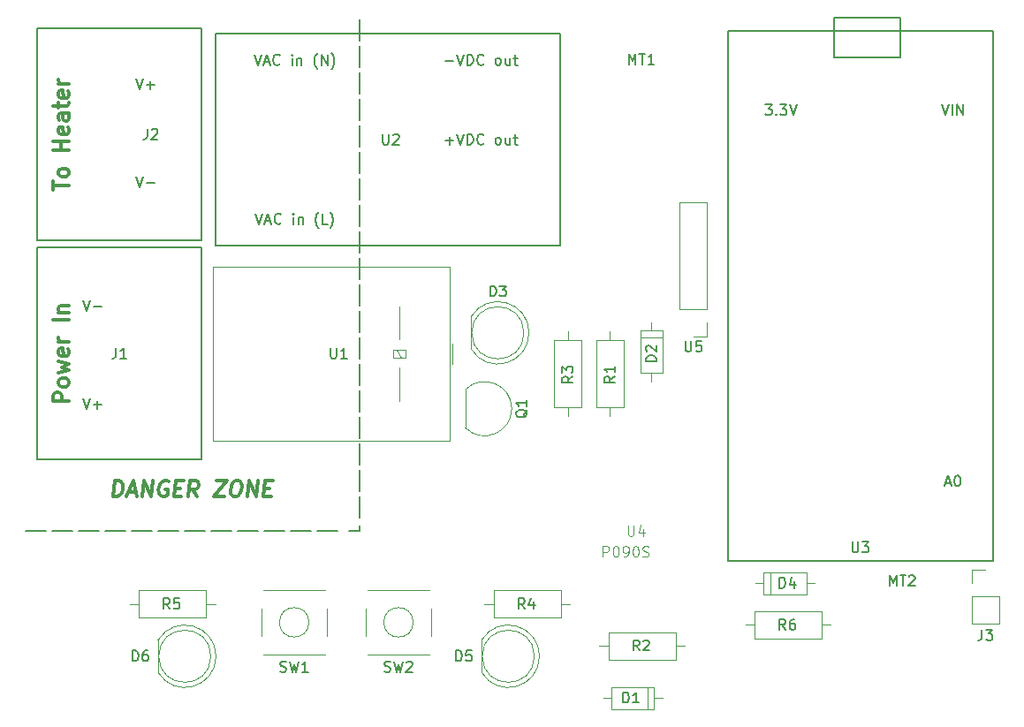
<source format=gto>
G04 #@! TF.FileFunction,Legend,Top*
%FSLAX46Y46*%
G04 Gerber Fmt 4.6, Leading zero omitted, Abs format (unit mm)*
G04 Created by KiCad (PCBNEW 4.0.7-e2-6376~58~ubuntu16.04.1) date Sun Dec 31 13:37:37 2017*
%MOMM*%
%LPD*%
G01*
G04 APERTURE LIST*
%ADD10C,0.100000*%
%ADD11C,0.300000*%
%ADD12C,0.200000*%
%ADD13C,0.120000*%
%ADD14C,0.150000*%
%ADD15C,0.050000*%
G04 APERTURE END LIST*
D10*
D11*
X110178571Y-73571428D02*
X108678571Y-73571428D01*
X108678571Y-73000000D01*
X108750000Y-72857142D01*
X108821429Y-72785714D01*
X108964286Y-72714285D01*
X109178571Y-72714285D01*
X109321429Y-72785714D01*
X109392857Y-72857142D01*
X109464286Y-73000000D01*
X109464286Y-73571428D01*
X110178571Y-71857142D02*
X110107143Y-72000000D01*
X110035714Y-72071428D01*
X109892857Y-72142857D01*
X109464286Y-72142857D01*
X109321429Y-72071428D01*
X109250000Y-72000000D01*
X109178571Y-71857142D01*
X109178571Y-71642857D01*
X109250000Y-71500000D01*
X109321429Y-71428571D01*
X109464286Y-71357142D01*
X109892857Y-71357142D01*
X110035714Y-71428571D01*
X110107143Y-71500000D01*
X110178571Y-71642857D01*
X110178571Y-71857142D01*
X109178571Y-70857142D02*
X110178571Y-70571428D01*
X109464286Y-70285714D01*
X110178571Y-69999999D01*
X109178571Y-69714285D01*
X110107143Y-68571428D02*
X110178571Y-68714285D01*
X110178571Y-68999999D01*
X110107143Y-69142856D01*
X109964286Y-69214285D01*
X109392857Y-69214285D01*
X109250000Y-69142856D01*
X109178571Y-68999999D01*
X109178571Y-68714285D01*
X109250000Y-68571428D01*
X109392857Y-68499999D01*
X109535714Y-68499999D01*
X109678571Y-69214285D01*
X110178571Y-67857142D02*
X109178571Y-67857142D01*
X109464286Y-67857142D02*
X109321429Y-67785714D01*
X109250000Y-67714285D01*
X109178571Y-67571428D01*
X109178571Y-67428571D01*
X110178571Y-65785714D02*
X108678571Y-65785714D01*
X109178571Y-65071428D02*
X110178571Y-65071428D01*
X109321429Y-65071428D02*
X109250000Y-65000000D01*
X109178571Y-64857142D01*
X109178571Y-64642857D01*
X109250000Y-64500000D01*
X109392857Y-64428571D01*
X110178571Y-64428571D01*
X108678571Y-53321428D02*
X108678571Y-52464285D01*
X110178571Y-52892856D02*
X108678571Y-52892856D01*
X110178571Y-51749999D02*
X110107143Y-51892857D01*
X110035714Y-51964285D01*
X109892857Y-52035714D01*
X109464286Y-52035714D01*
X109321429Y-51964285D01*
X109250000Y-51892857D01*
X109178571Y-51749999D01*
X109178571Y-51535714D01*
X109250000Y-51392857D01*
X109321429Y-51321428D01*
X109464286Y-51249999D01*
X109892857Y-51249999D01*
X110035714Y-51321428D01*
X110107143Y-51392857D01*
X110178571Y-51535714D01*
X110178571Y-51749999D01*
X110178571Y-49464285D02*
X108678571Y-49464285D01*
X109392857Y-49464285D02*
X109392857Y-48607142D01*
X110178571Y-48607142D02*
X108678571Y-48607142D01*
X110107143Y-47321428D02*
X110178571Y-47464285D01*
X110178571Y-47749999D01*
X110107143Y-47892856D01*
X109964286Y-47964285D01*
X109392857Y-47964285D01*
X109250000Y-47892856D01*
X109178571Y-47749999D01*
X109178571Y-47464285D01*
X109250000Y-47321428D01*
X109392857Y-47249999D01*
X109535714Y-47249999D01*
X109678571Y-47964285D01*
X110178571Y-45964285D02*
X109392857Y-45964285D01*
X109250000Y-46035714D01*
X109178571Y-46178571D01*
X109178571Y-46464285D01*
X109250000Y-46607142D01*
X110107143Y-45964285D02*
X110178571Y-46107142D01*
X110178571Y-46464285D01*
X110107143Y-46607142D01*
X109964286Y-46678571D01*
X109821429Y-46678571D01*
X109678571Y-46607142D01*
X109607143Y-46464285D01*
X109607143Y-46107142D01*
X109535714Y-45964285D01*
X109178571Y-45464285D02*
X109178571Y-44892856D01*
X108678571Y-45249999D02*
X109964286Y-45249999D01*
X110107143Y-45178571D01*
X110178571Y-45035713D01*
X110178571Y-44892856D01*
X110107143Y-43821428D02*
X110178571Y-43964285D01*
X110178571Y-44249999D01*
X110107143Y-44392856D01*
X109964286Y-44464285D01*
X109392857Y-44464285D01*
X109250000Y-44392856D01*
X109178571Y-44249999D01*
X109178571Y-43964285D01*
X109250000Y-43821428D01*
X109392857Y-43749999D01*
X109535714Y-43749999D01*
X109678571Y-44464285D01*
X110178571Y-43107142D02*
X109178571Y-43107142D01*
X109464286Y-43107142D02*
X109321429Y-43035714D01*
X109250000Y-42964285D01*
X109178571Y-42821428D01*
X109178571Y-42678571D01*
D12*
X138000000Y-86000000D02*
X138000000Y-85500000D01*
X138000000Y-82720000D02*
X138000000Y-84720000D01*
X138000000Y-80180000D02*
X138000000Y-82180000D01*
X138000000Y-77640000D02*
X138000000Y-79640000D01*
X138000000Y-75100000D02*
X138000000Y-77100000D01*
X138000000Y-72560000D02*
X138000000Y-74560000D01*
X138000000Y-70020000D02*
X138000000Y-72020000D01*
X138000000Y-67480000D02*
X138000000Y-69480000D01*
X138000000Y-64940000D02*
X138000000Y-66940000D01*
X138000000Y-62400000D02*
X138000000Y-64400000D01*
X138000000Y-59860000D02*
X138000000Y-61860000D01*
X138000000Y-57320000D02*
X138000000Y-59320000D01*
X138000000Y-54780000D02*
X138000000Y-56780000D01*
X138000000Y-52240000D02*
X138000000Y-54240000D01*
X138000000Y-49700000D02*
X138000000Y-51700000D01*
X138000000Y-47160000D02*
X138000000Y-49160000D01*
X138000000Y-44620000D02*
X138000000Y-46620000D01*
X138000000Y-42080000D02*
X138000000Y-44080000D01*
X138000000Y-39540000D02*
X138000000Y-41540000D01*
X138000000Y-37000000D02*
X138000000Y-39000000D01*
X137000000Y-86000000D02*
X138000000Y-86000000D01*
X133940000Y-86000000D02*
X135940000Y-86000000D01*
X131400000Y-86000000D02*
X133400000Y-86000000D01*
X128860000Y-86000000D02*
X130860000Y-86000000D01*
X126320000Y-86000000D02*
X128320000Y-86000000D01*
X123780000Y-86000000D02*
X125780000Y-86000000D01*
X121240000Y-86000000D02*
X123240000Y-86000000D01*
X118700000Y-86000000D02*
X120700000Y-86000000D01*
X116160000Y-86000000D02*
X118160000Y-86000000D01*
X113620000Y-86000000D02*
X115620000Y-86000000D01*
X111080000Y-86000000D02*
X113080000Y-86000000D01*
X108540000Y-86000000D02*
X110540000Y-86000000D01*
X106000000Y-86000000D02*
X108000000Y-86000000D01*
D11*
X114379465Y-82678571D02*
X114566965Y-81178571D01*
X114924108Y-81178571D01*
X115129464Y-81250000D01*
X115254465Y-81392857D01*
X115308036Y-81535714D01*
X115343750Y-81821429D01*
X115316965Y-82035714D01*
X115209821Y-82321429D01*
X115120536Y-82464286D01*
X114959821Y-82607143D01*
X114736608Y-82678571D01*
X114379465Y-82678571D01*
X115861607Y-82250000D02*
X116575893Y-82250000D01*
X115665179Y-82678571D02*
X116352679Y-81178571D01*
X116665179Y-82678571D01*
X117165179Y-82678571D02*
X117352679Y-81178571D01*
X118022322Y-82678571D01*
X118209822Y-81178571D01*
X119700893Y-81250000D02*
X119566965Y-81178571D01*
X119352679Y-81178571D01*
X119129465Y-81250000D01*
X118968750Y-81392857D01*
X118879465Y-81535714D01*
X118772321Y-81821429D01*
X118745536Y-82035714D01*
X118781250Y-82321429D01*
X118834821Y-82464286D01*
X118959822Y-82607143D01*
X119165179Y-82678571D01*
X119308036Y-82678571D01*
X119531250Y-82607143D01*
X119611608Y-82535714D01*
X119674108Y-82035714D01*
X119388393Y-82035714D01*
X120334822Y-81892857D02*
X120834822Y-81892857D01*
X120950894Y-82678571D02*
X120236608Y-82678571D01*
X120424108Y-81178571D01*
X121138394Y-81178571D01*
X122450894Y-82678571D02*
X122040179Y-81964286D01*
X121593751Y-82678571D02*
X121781251Y-81178571D01*
X122352679Y-81178571D01*
X122486608Y-81250000D01*
X122549107Y-81321429D01*
X122602679Y-81464286D01*
X122575894Y-81678571D01*
X122486607Y-81821429D01*
X122406251Y-81892857D01*
X122254464Y-81964286D01*
X121683036Y-81964286D01*
X124281251Y-81178571D02*
X125281251Y-81178571D01*
X124093751Y-82678571D01*
X125093751Y-82678571D01*
X126138393Y-81178571D02*
X126424107Y-81178571D01*
X126558036Y-81250000D01*
X126683036Y-81392857D01*
X126718750Y-81678571D01*
X126656250Y-82178571D01*
X126549107Y-82464286D01*
X126388393Y-82607143D01*
X126236607Y-82678571D01*
X125950893Y-82678571D01*
X125816964Y-82607143D01*
X125691964Y-82464286D01*
X125656250Y-82178571D01*
X125718750Y-81678571D01*
X125825893Y-81392857D01*
X125986607Y-81250000D01*
X126138393Y-81178571D01*
X127236608Y-82678571D02*
X127424108Y-81178571D01*
X128093751Y-82678571D01*
X128281251Y-81178571D01*
X128906251Y-81892857D02*
X129406251Y-81892857D01*
X129522323Y-82678571D02*
X128808037Y-82678571D01*
X128995537Y-81178571D01*
X129709823Y-81178571D01*
D13*
X167060000Y-66750000D02*
X164940000Y-66750000D01*
X164940000Y-66750000D02*
X164940000Y-70870000D01*
X164940000Y-70870000D02*
X167060000Y-70870000D01*
X167060000Y-70870000D02*
X167060000Y-66750000D01*
X166000000Y-65980000D02*
X166000000Y-66750000D01*
X166000000Y-71640000D02*
X166000000Y-70870000D01*
X167060000Y-67410000D02*
X164940000Y-67410000D01*
X148150000Y-72470000D02*
X148150000Y-76070000D01*
X148161522Y-72431522D02*
G75*
G02X152600000Y-74270000I1838478J-1838478D01*
G01*
X148161522Y-76108478D02*
G75*
G03X152600000Y-74270000I1838478J1838478D01*
G01*
X124260000Y-98000462D02*
G75*
G03X118710000Y-96455170I-2990000J462D01*
G01*
X124260000Y-97999538D02*
G75*
G02X118710000Y-99544830I-2990000J-462D01*
G01*
X123770000Y-98000000D02*
G75*
G03X123770000Y-98000000I-2500000J0D01*
G01*
X118710000Y-96455000D02*
X118710000Y-99545000D01*
X133164214Y-94750000D02*
G75*
G03X133164214Y-94750000I-1414214J0D01*
G01*
X134720000Y-91630000D02*
X128780000Y-91630000D01*
X134720000Y-97870000D02*
X128780000Y-97870000D01*
X134870000Y-93410000D02*
X134870000Y-96090000D01*
X128630000Y-96090000D02*
X128630000Y-93410000D01*
X143164214Y-94750000D02*
G75*
G03X143164214Y-94750000I-1414214J0D01*
G01*
X144720000Y-91630000D02*
X138780000Y-91630000D01*
X144720000Y-97870000D02*
X138780000Y-97870000D01*
X144870000Y-93410000D02*
X144870000Y-96090000D01*
X138630000Y-96090000D02*
X138630000Y-93410000D01*
X196670000Y-94870000D02*
X199330000Y-94870000D01*
X196670000Y-92270000D02*
X196670000Y-94870000D01*
X199330000Y-92270000D02*
X199330000Y-94870000D01*
X196670000Y-92270000D02*
X199330000Y-92270000D01*
X196670000Y-91000000D02*
X196670000Y-89670000D01*
X196670000Y-89670000D02*
X198000000Y-89670000D01*
D14*
X107126000Y-60364000D02*
X107126000Y-58840000D01*
X107126000Y-58840000D02*
X122874000Y-58840000D01*
X122874000Y-58840000D02*
X122874000Y-60364000D01*
X122874000Y-60364000D02*
X122874000Y-79160000D01*
X122874000Y-79160000D02*
X107126000Y-79160000D01*
X107126000Y-79160000D02*
X107126000Y-60364000D01*
X122874000Y-56636000D02*
X122874000Y-58160000D01*
X122874000Y-58160000D02*
X107126000Y-58160000D01*
X107126000Y-58160000D02*
X107126000Y-56636000D01*
X107126000Y-56636000D02*
X107126000Y-37840000D01*
X107126000Y-37840000D02*
X122874000Y-37840000D01*
X122874000Y-37840000D02*
X122874000Y-56636000D01*
D13*
X123950000Y-77350000D02*
X146650000Y-77350000D01*
X146650000Y-77350000D02*
X146650000Y-60650000D01*
X146650000Y-60650000D02*
X123950000Y-60650000D01*
X123950000Y-60650000D02*
X123950000Y-77350000D01*
X141600000Y-68650000D02*
X142000000Y-69350000D01*
X141200000Y-69350000D02*
X142400000Y-69350000D01*
X142400000Y-69350000D02*
X142400000Y-68650000D01*
X142400000Y-68650000D02*
X141200000Y-68650000D01*
X141200000Y-68650000D02*
X141200000Y-69350000D01*
X146910000Y-68000000D02*
X146910000Y-70000000D01*
X141800000Y-64500000D02*
X141800000Y-67650000D01*
X141800000Y-70350000D02*
X141800000Y-73500000D01*
D14*
X189810000Y-36790000D02*
X183460000Y-36790000D01*
X183460000Y-36790000D02*
X183460000Y-40600000D01*
X183460000Y-40600000D02*
X189810000Y-40600000D01*
X189810000Y-40600000D02*
X189810000Y-38060000D01*
X189810000Y-38060000D02*
X189810000Y-36790000D01*
X198700000Y-88860000D02*
X198700000Y-38060000D01*
X198700000Y-38060000D02*
X173300000Y-38060000D01*
X173300000Y-38060000D02*
X173300000Y-88860000D01*
X173300000Y-88860000D02*
X198700000Y-88860000D01*
D13*
X166250000Y-103060000D02*
X166250000Y-100940000D01*
X166250000Y-100940000D02*
X162130000Y-100940000D01*
X162130000Y-100940000D02*
X162130000Y-103060000D01*
X162130000Y-103060000D02*
X166250000Y-103060000D01*
X167020000Y-102000000D02*
X166250000Y-102000000D01*
X161360000Y-102000000D02*
X162130000Y-102000000D01*
X165590000Y-103060000D02*
X165590000Y-100940000D01*
X176750000Y-89940000D02*
X176750000Y-92060000D01*
X176750000Y-92060000D02*
X180870000Y-92060000D01*
X180870000Y-92060000D02*
X180870000Y-89940000D01*
X180870000Y-89940000D02*
X176750000Y-89940000D01*
X175980000Y-91000000D02*
X176750000Y-91000000D01*
X181640000Y-91000000D02*
X180870000Y-91000000D01*
X177410000Y-89940000D02*
X177410000Y-92060000D01*
X155260000Y-98000462D02*
G75*
G03X149710000Y-96455170I-2990000J462D01*
G01*
X155260000Y-97999538D02*
G75*
G02X149710000Y-99544830I-2990000J-462D01*
G01*
X154770000Y-98000000D02*
G75*
G03X154770000Y-98000000I-2500000J0D01*
G01*
X149710000Y-96455000D02*
X149710000Y-99545000D01*
X154260000Y-67000462D02*
G75*
G03X148710000Y-65455170I-2990000J462D01*
G01*
X154260000Y-66999538D02*
G75*
G02X148710000Y-68544830I-2990000J-462D01*
G01*
X153770000Y-67000000D02*
G75*
G03X153770000Y-67000000I-2500000J0D01*
G01*
X148710000Y-65455000D02*
X148710000Y-68545000D01*
X171330000Y-54510000D02*
X168670000Y-54510000D01*
X171330000Y-64730000D02*
X171330000Y-54510000D01*
X168670000Y-64730000D02*
X168670000Y-54510000D01*
X171330000Y-64730000D02*
X168670000Y-64730000D01*
X171330000Y-66000000D02*
X171330000Y-67330000D01*
X171330000Y-67330000D02*
X170000000Y-67330000D01*
X175870000Y-93690000D02*
X175870000Y-96310000D01*
X175870000Y-96310000D02*
X182290000Y-96310000D01*
X182290000Y-96310000D02*
X182290000Y-93690000D01*
X182290000Y-93690000D02*
X175870000Y-93690000D01*
X174980000Y-95000000D02*
X175870000Y-95000000D01*
X183180000Y-95000000D02*
X182290000Y-95000000D01*
X160690000Y-74130000D02*
X163310000Y-74130000D01*
X163310000Y-74130000D02*
X163310000Y-67710000D01*
X163310000Y-67710000D02*
X160690000Y-67710000D01*
X160690000Y-67710000D02*
X160690000Y-74130000D01*
X162000000Y-75020000D02*
X162000000Y-74130000D01*
X162000000Y-66820000D02*
X162000000Y-67710000D01*
X161870000Y-95690000D02*
X161870000Y-98310000D01*
X161870000Y-98310000D02*
X168290000Y-98310000D01*
X168290000Y-98310000D02*
X168290000Y-95690000D01*
X168290000Y-95690000D02*
X161870000Y-95690000D01*
X160980000Y-97000000D02*
X161870000Y-97000000D01*
X169180000Y-97000000D02*
X168290000Y-97000000D01*
X156690000Y-74130000D02*
X159310000Y-74130000D01*
X159310000Y-74130000D02*
X159310000Y-67710000D01*
X159310000Y-67710000D02*
X156690000Y-67710000D01*
X156690000Y-67710000D02*
X156690000Y-74130000D01*
X158000000Y-75020000D02*
X158000000Y-74130000D01*
X158000000Y-66820000D02*
X158000000Y-67710000D01*
X150870000Y-91690000D02*
X150870000Y-94310000D01*
X150870000Y-94310000D02*
X157290000Y-94310000D01*
X157290000Y-94310000D02*
X157290000Y-91690000D01*
X157290000Y-91690000D02*
X150870000Y-91690000D01*
X149980000Y-93000000D02*
X150870000Y-93000000D01*
X158180000Y-93000000D02*
X157290000Y-93000000D01*
X116870000Y-91690000D02*
X116870000Y-94310000D01*
X116870000Y-94310000D02*
X123290000Y-94310000D01*
X123290000Y-94310000D02*
X123290000Y-91690000D01*
X123290000Y-91690000D02*
X116870000Y-91690000D01*
X115980000Y-93000000D02*
X116870000Y-93000000D01*
X124180000Y-93000000D02*
X123290000Y-93000000D01*
D14*
X154700000Y-38340000D02*
X157240000Y-38340000D01*
X157240000Y-38340000D02*
X157240000Y-58660000D01*
X157240000Y-58660000D02*
X154700000Y-58660000D01*
X126760000Y-58660000D02*
X124220000Y-58660000D01*
X124220000Y-58660000D02*
X124220000Y-38340000D01*
X124220000Y-38340000D02*
X126760000Y-38340000D01*
X154700000Y-38340000D02*
X126760000Y-38340000D01*
X126760000Y-58660000D02*
X154700000Y-58660000D01*
X166452381Y-69738095D02*
X165452381Y-69738095D01*
X165452381Y-69500000D01*
X165500000Y-69357142D01*
X165595238Y-69261904D01*
X165690476Y-69214285D01*
X165880952Y-69166666D01*
X166023810Y-69166666D01*
X166214286Y-69214285D01*
X166309524Y-69261904D01*
X166404762Y-69357142D01*
X166452381Y-69500000D01*
X166452381Y-69738095D01*
X165547619Y-68785714D02*
X165500000Y-68738095D01*
X165452381Y-68642857D01*
X165452381Y-68404761D01*
X165500000Y-68309523D01*
X165547619Y-68261904D01*
X165642857Y-68214285D01*
X165738095Y-68214285D01*
X165880952Y-68261904D01*
X166452381Y-68833333D01*
X166452381Y-68214285D01*
X154107619Y-74365238D02*
X154060000Y-74460476D01*
X153964762Y-74555714D01*
X153821905Y-74698571D01*
X153774286Y-74793810D01*
X153774286Y-74889048D01*
X154012381Y-74841429D02*
X153964762Y-74936667D01*
X153869524Y-75031905D01*
X153679048Y-75079524D01*
X153345714Y-75079524D01*
X153155238Y-75031905D01*
X153060000Y-74936667D01*
X153012381Y-74841429D01*
X153012381Y-74650952D01*
X153060000Y-74555714D01*
X153155238Y-74460476D01*
X153345714Y-74412857D01*
X153679048Y-74412857D01*
X153869524Y-74460476D01*
X153964762Y-74555714D01*
X154012381Y-74650952D01*
X154012381Y-74841429D01*
X154012381Y-73460476D02*
X154012381Y-74031905D01*
X154012381Y-73746191D02*
X153012381Y-73746191D01*
X153155238Y-73841429D01*
X153250476Y-73936667D01*
X153298095Y-74031905D01*
X116261905Y-98452381D02*
X116261905Y-97452381D01*
X116500000Y-97452381D01*
X116642858Y-97500000D01*
X116738096Y-97595238D01*
X116785715Y-97690476D01*
X116833334Y-97880952D01*
X116833334Y-98023810D01*
X116785715Y-98214286D01*
X116738096Y-98309524D01*
X116642858Y-98404762D01*
X116500000Y-98452381D01*
X116261905Y-98452381D01*
X117690477Y-97452381D02*
X117500000Y-97452381D01*
X117404762Y-97500000D01*
X117357143Y-97547619D01*
X117261905Y-97690476D01*
X117214286Y-97880952D01*
X117214286Y-98261905D01*
X117261905Y-98357143D01*
X117309524Y-98404762D01*
X117404762Y-98452381D01*
X117595239Y-98452381D01*
X117690477Y-98404762D01*
X117738096Y-98357143D01*
X117785715Y-98261905D01*
X117785715Y-98023810D01*
X117738096Y-97928571D01*
X117690477Y-97880952D01*
X117595239Y-97833333D01*
X117404762Y-97833333D01*
X117309524Y-97880952D01*
X117261905Y-97928571D01*
X117214286Y-98023810D01*
X130416667Y-99454762D02*
X130559524Y-99502381D01*
X130797620Y-99502381D01*
X130892858Y-99454762D01*
X130940477Y-99407143D01*
X130988096Y-99311905D01*
X130988096Y-99216667D01*
X130940477Y-99121429D01*
X130892858Y-99073810D01*
X130797620Y-99026190D01*
X130607143Y-98978571D01*
X130511905Y-98930952D01*
X130464286Y-98883333D01*
X130416667Y-98788095D01*
X130416667Y-98692857D01*
X130464286Y-98597619D01*
X130511905Y-98550000D01*
X130607143Y-98502381D01*
X130845239Y-98502381D01*
X130988096Y-98550000D01*
X131321429Y-98502381D02*
X131559524Y-99502381D01*
X131750001Y-98788095D01*
X131940477Y-99502381D01*
X132178572Y-98502381D01*
X133083334Y-99502381D02*
X132511905Y-99502381D01*
X132797619Y-99502381D02*
X132797619Y-98502381D01*
X132702381Y-98645238D01*
X132607143Y-98740476D01*
X132511905Y-98788095D01*
X140416667Y-99454762D02*
X140559524Y-99502381D01*
X140797620Y-99502381D01*
X140892858Y-99454762D01*
X140940477Y-99407143D01*
X140988096Y-99311905D01*
X140988096Y-99216667D01*
X140940477Y-99121429D01*
X140892858Y-99073810D01*
X140797620Y-99026190D01*
X140607143Y-98978571D01*
X140511905Y-98930952D01*
X140464286Y-98883333D01*
X140416667Y-98788095D01*
X140416667Y-98692857D01*
X140464286Y-98597619D01*
X140511905Y-98550000D01*
X140607143Y-98502381D01*
X140845239Y-98502381D01*
X140988096Y-98550000D01*
X141321429Y-98502381D02*
X141559524Y-99502381D01*
X141750001Y-98788095D01*
X141940477Y-99502381D01*
X142178572Y-98502381D01*
X142511905Y-98597619D02*
X142559524Y-98550000D01*
X142654762Y-98502381D01*
X142892858Y-98502381D01*
X142988096Y-98550000D01*
X143035715Y-98597619D01*
X143083334Y-98692857D01*
X143083334Y-98788095D01*
X143035715Y-98930952D01*
X142464286Y-99502381D01*
X143083334Y-99502381D01*
X197666667Y-95452381D02*
X197666667Y-96166667D01*
X197619047Y-96309524D01*
X197523809Y-96404762D01*
X197380952Y-96452381D01*
X197285714Y-96452381D01*
X198047619Y-95452381D02*
X198666667Y-95452381D01*
X198333333Y-95833333D01*
X198476191Y-95833333D01*
X198571429Y-95880952D01*
X198619048Y-95928571D01*
X198666667Y-96023810D01*
X198666667Y-96261905D01*
X198619048Y-96357143D01*
X198571429Y-96404762D01*
X198476191Y-96452381D01*
X198190476Y-96452381D01*
X198095238Y-96404762D01*
X198047619Y-96357143D01*
X114666667Y-68452381D02*
X114666667Y-69166667D01*
X114619047Y-69309524D01*
X114523809Y-69404762D01*
X114380952Y-69452381D01*
X114285714Y-69452381D01*
X115666667Y-69452381D02*
X115095238Y-69452381D01*
X115380952Y-69452381D02*
X115380952Y-68452381D01*
X115285714Y-68595238D01*
X115190476Y-68690476D01*
X115095238Y-68738095D01*
X111507619Y-63880381D02*
X111840952Y-64880381D01*
X112174286Y-63880381D01*
X112507619Y-64499429D02*
X113269524Y-64499429D01*
X111507619Y-73278381D02*
X111840952Y-74278381D01*
X112174286Y-73278381D01*
X112507619Y-73897429D02*
X113269524Y-73897429D01*
X112888572Y-74278381D02*
X112888572Y-73516476D01*
X117666667Y-47452381D02*
X117666667Y-48166667D01*
X117619047Y-48309524D01*
X117523809Y-48404762D01*
X117380952Y-48452381D01*
X117285714Y-48452381D01*
X118095238Y-47547619D02*
X118142857Y-47500000D01*
X118238095Y-47452381D01*
X118476191Y-47452381D01*
X118571429Y-47500000D01*
X118619048Y-47547619D01*
X118666667Y-47642857D01*
X118666667Y-47738095D01*
X118619048Y-47880952D01*
X118047619Y-48452381D01*
X118666667Y-48452381D01*
X116587619Y-52024381D02*
X116920952Y-53024381D01*
X117254286Y-52024381D01*
X117587619Y-52643429D02*
X118349524Y-52643429D01*
X116587619Y-42626381D02*
X116920952Y-43626381D01*
X117254286Y-42626381D01*
X117587619Y-43245429D02*
X118349524Y-43245429D01*
X117968572Y-43626381D02*
X117968572Y-42864476D01*
X135238095Y-68452381D02*
X135238095Y-69261905D01*
X135285714Y-69357143D01*
X135333333Y-69404762D01*
X135428571Y-69452381D01*
X135619048Y-69452381D01*
X135714286Y-69404762D01*
X135761905Y-69357143D01*
X135809524Y-69261905D01*
X135809524Y-68452381D01*
X136809524Y-69452381D02*
X136238095Y-69452381D01*
X136523809Y-69452381D02*
X136523809Y-68452381D01*
X136428571Y-68595238D01*
X136333333Y-68690476D01*
X136238095Y-68738095D01*
X185238095Y-87042381D02*
X185238095Y-87851905D01*
X185285714Y-87947143D01*
X185333333Y-87994762D01*
X185428571Y-88042381D01*
X185619048Y-88042381D01*
X185714286Y-87994762D01*
X185761905Y-87947143D01*
X185809524Y-87851905D01*
X185809524Y-87042381D01*
X186190476Y-87042381D02*
X186809524Y-87042381D01*
X186476190Y-87423333D01*
X186619048Y-87423333D01*
X186714286Y-87470952D01*
X186761905Y-87518571D01*
X186809524Y-87613810D01*
X186809524Y-87851905D01*
X186761905Y-87947143D01*
X186714286Y-87994762D01*
X186619048Y-88042381D01*
X186333333Y-88042381D01*
X186238095Y-87994762D01*
X186190476Y-87947143D01*
X176903810Y-45132381D02*
X177522858Y-45132381D01*
X177189524Y-45513333D01*
X177332382Y-45513333D01*
X177427620Y-45560952D01*
X177475239Y-45608571D01*
X177522858Y-45703810D01*
X177522858Y-45941905D01*
X177475239Y-46037143D01*
X177427620Y-46084762D01*
X177332382Y-46132381D01*
X177046667Y-46132381D01*
X176951429Y-46084762D01*
X176903810Y-46037143D01*
X177951429Y-46037143D02*
X177999048Y-46084762D01*
X177951429Y-46132381D01*
X177903810Y-46084762D01*
X177951429Y-46037143D01*
X177951429Y-46132381D01*
X178332381Y-45132381D02*
X178951429Y-45132381D01*
X178618095Y-45513333D01*
X178760953Y-45513333D01*
X178856191Y-45560952D01*
X178903810Y-45608571D01*
X178951429Y-45703810D01*
X178951429Y-45941905D01*
X178903810Y-46037143D01*
X178856191Y-46084762D01*
X178760953Y-46132381D01*
X178475238Y-46132381D01*
X178380000Y-46084762D01*
X178332381Y-46037143D01*
X179237143Y-45132381D02*
X179570476Y-46132381D01*
X179903810Y-45132381D01*
X193794762Y-45132381D02*
X194128095Y-46132381D01*
X194461429Y-45132381D01*
X194794762Y-46132381D02*
X194794762Y-45132381D01*
X195270952Y-46132381D02*
X195270952Y-45132381D01*
X195842381Y-46132381D01*
X195842381Y-45132381D01*
X194175714Y-81406667D02*
X194651905Y-81406667D01*
X194080476Y-81692381D02*
X194413809Y-80692381D01*
X194747143Y-81692381D01*
X195270952Y-80692381D02*
X195366191Y-80692381D01*
X195461429Y-80740000D01*
X195509048Y-80787619D01*
X195556667Y-80882857D01*
X195604286Y-81073333D01*
X195604286Y-81311429D01*
X195556667Y-81501905D01*
X195509048Y-81597143D01*
X195461429Y-81644762D01*
X195366191Y-81692381D01*
X195270952Y-81692381D01*
X195175714Y-81644762D01*
X195128095Y-81597143D01*
X195080476Y-81501905D01*
X195032857Y-81311429D01*
X195032857Y-81073333D01*
X195080476Y-80882857D01*
X195128095Y-80787619D01*
X195175714Y-80740000D01*
X195270952Y-80692381D01*
X163261905Y-102452381D02*
X163261905Y-101452381D01*
X163500000Y-101452381D01*
X163642858Y-101500000D01*
X163738096Y-101595238D01*
X163785715Y-101690476D01*
X163833334Y-101880952D01*
X163833334Y-102023810D01*
X163785715Y-102214286D01*
X163738096Y-102309524D01*
X163642858Y-102404762D01*
X163500000Y-102452381D01*
X163261905Y-102452381D01*
X164785715Y-102452381D02*
X164214286Y-102452381D01*
X164500000Y-102452381D02*
X164500000Y-101452381D01*
X164404762Y-101595238D01*
X164309524Y-101690476D01*
X164214286Y-101738095D01*
X178261905Y-91452381D02*
X178261905Y-90452381D01*
X178500000Y-90452381D01*
X178642858Y-90500000D01*
X178738096Y-90595238D01*
X178785715Y-90690476D01*
X178833334Y-90880952D01*
X178833334Y-91023810D01*
X178785715Y-91214286D01*
X178738096Y-91309524D01*
X178642858Y-91404762D01*
X178500000Y-91452381D01*
X178261905Y-91452381D01*
X179690477Y-90785714D02*
X179690477Y-91452381D01*
X179452381Y-90404762D02*
X179214286Y-91119048D01*
X179833334Y-91119048D01*
X147261905Y-98452381D02*
X147261905Y-97452381D01*
X147500000Y-97452381D01*
X147642858Y-97500000D01*
X147738096Y-97595238D01*
X147785715Y-97690476D01*
X147833334Y-97880952D01*
X147833334Y-98023810D01*
X147785715Y-98214286D01*
X147738096Y-98309524D01*
X147642858Y-98404762D01*
X147500000Y-98452381D01*
X147261905Y-98452381D01*
X148738096Y-97452381D02*
X148261905Y-97452381D01*
X148214286Y-97928571D01*
X148261905Y-97880952D01*
X148357143Y-97833333D01*
X148595239Y-97833333D01*
X148690477Y-97880952D01*
X148738096Y-97928571D01*
X148785715Y-98023810D01*
X148785715Y-98261905D01*
X148738096Y-98357143D01*
X148690477Y-98404762D01*
X148595239Y-98452381D01*
X148357143Y-98452381D01*
X148261905Y-98404762D01*
X148214286Y-98357143D01*
X150531905Y-63492381D02*
X150531905Y-62492381D01*
X150770000Y-62492381D01*
X150912858Y-62540000D01*
X151008096Y-62635238D01*
X151055715Y-62730476D01*
X151103334Y-62920952D01*
X151103334Y-63063810D01*
X151055715Y-63254286D01*
X151008096Y-63349524D01*
X150912858Y-63444762D01*
X150770000Y-63492381D01*
X150531905Y-63492381D01*
X151436667Y-62492381D02*
X152055715Y-62492381D01*
X151722381Y-62873333D01*
X151865239Y-62873333D01*
X151960477Y-62920952D01*
X152008096Y-62968571D01*
X152055715Y-63063810D01*
X152055715Y-63301905D01*
X152008096Y-63397143D01*
X151960477Y-63444762D01*
X151865239Y-63492381D01*
X151579524Y-63492381D01*
X151484286Y-63444762D01*
X151436667Y-63397143D01*
X169238095Y-67782381D02*
X169238095Y-68591905D01*
X169285714Y-68687143D01*
X169333333Y-68734762D01*
X169428571Y-68782381D01*
X169619048Y-68782381D01*
X169714286Y-68734762D01*
X169761905Y-68687143D01*
X169809524Y-68591905D01*
X169809524Y-67782381D01*
X170761905Y-67782381D02*
X170285714Y-67782381D01*
X170238095Y-68258571D01*
X170285714Y-68210952D01*
X170380952Y-68163333D01*
X170619048Y-68163333D01*
X170714286Y-68210952D01*
X170761905Y-68258571D01*
X170809524Y-68353810D01*
X170809524Y-68591905D01*
X170761905Y-68687143D01*
X170714286Y-68734762D01*
X170619048Y-68782381D01*
X170380952Y-68782381D01*
X170285714Y-68734762D01*
X170238095Y-68687143D01*
X163809524Y-41252381D02*
X163809524Y-40252381D01*
X164142858Y-40966667D01*
X164476191Y-40252381D01*
X164476191Y-41252381D01*
X164809524Y-40252381D02*
X165380953Y-40252381D01*
X165095238Y-41252381D02*
X165095238Y-40252381D01*
X166238096Y-41252381D02*
X165666667Y-41252381D01*
X165952381Y-41252381D02*
X165952381Y-40252381D01*
X165857143Y-40395238D01*
X165761905Y-40490476D01*
X165666667Y-40538095D01*
X188809524Y-91252381D02*
X188809524Y-90252381D01*
X189142858Y-90966667D01*
X189476191Y-90252381D01*
X189476191Y-91252381D01*
X189809524Y-90252381D02*
X190380953Y-90252381D01*
X190095238Y-91252381D02*
X190095238Y-90252381D01*
X190666667Y-90347619D02*
X190714286Y-90300000D01*
X190809524Y-90252381D01*
X191047620Y-90252381D01*
X191142858Y-90300000D01*
X191190477Y-90347619D01*
X191238096Y-90442857D01*
X191238096Y-90538095D01*
X191190477Y-90680952D01*
X190619048Y-91252381D01*
X191238096Y-91252381D01*
X178833334Y-95452381D02*
X178500000Y-94976190D01*
X178261905Y-95452381D02*
X178261905Y-94452381D01*
X178642858Y-94452381D01*
X178738096Y-94500000D01*
X178785715Y-94547619D01*
X178833334Y-94642857D01*
X178833334Y-94785714D01*
X178785715Y-94880952D01*
X178738096Y-94928571D01*
X178642858Y-94976190D01*
X178261905Y-94976190D01*
X179690477Y-94452381D02*
X179500000Y-94452381D01*
X179404762Y-94500000D01*
X179357143Y-94547619D01*
X179261905Y-94690476D01*
X179214286Y-94880952D01*
X179214286Y-95261905D01*
X179261905Y-95357143D01*
X179309524Y-95404762D01*
X179404762Y-95452381D01*
X179595239Y-95452381D01*
X179690477Y-95404762D01*
X179738096Y-95357143D01*
X179785715Y-95261905D01*
X179785715Y-95023810D01*
X179738096Y-94928571D01*
X179690477Y-94880952D01*
X179595239Y-94833333D01*
X179404762Y-94833333D01*
X179309524Y-94880952D01*
X179261905Y-94928571D01*
X179214286Y-95023810D01*
X162452381Y-71166666D02*
X161976190Y-71500000D01*
X162452381Y-71738095D02*
X161452381Y-71738095D01*
X161452381Y-71357142D01*
X161500000Y-71261904D01*
X161547619Y-71214285D01*
X161642857Y-71166666D01*
X161785714Y-71166666D01*
X161880952Y-71214285D01*
X161928571Y-71261904D01*
X161976190Y-71357142D01*
X161976190Y-71738095D01*
X162452381Y-70214285D02*
X162452381Y-70785714D01*
X162452381Y-70500000D02*
X161452381Y-70500000D01*
X161595238Y-70595238D01*
X161690476Y-70690476D01*
X161738095Y-70785714D01*
X164833334Y-97452381D02*
X164500000Y-96976190D01*
X164261905Y-97452381D02*
X164261905Y-96452381D01*
X164642858Y-96452381D01*
X164738096Y-96500000D01*
X164785715Y-96547619D01*
X164833334Y-96642857D01*
X164833334Y-96785714D01*
X164785715Y-96880952D01*
X164738096Y-96928571D01*
X164642858Y-96976190D01*
X164261905Y-96976190D01*
X165214286Y-96547619D02*
X165261905Y-96500000D01*
X165357143Y-96452381D01*
X165595239Y-96452381D01*
X165690477Y-96500000D01*
X165738096Y-96547619D01*
X165785715Y-96642857D01*
X165785715Y-96738095D01*
X165738096Y-96880952D01*
X165166667Y-97452381D01*
X165785715Y-97452381D01*
X158452381Y-71166666D02*
X157976190Y-71500000D01*
X158452381Y-71738095D02*
X157452381Y-71738095D01*
X157452381Y-71357142D01*
X157500000Y-71261904D01*
X157547619Y-71214285D01*
X157642857Y-71166666D01*
X157785714Y-71166666D01*
X157880952Y-71214285D01*
X157928571Y-71261904D01*
X157976190Y-71357142D01*
X157976190Y-71738095D01*
X157452381Y-70833333D02*
X157452381Y-70214285D01*
X157833333Y-70547619D01*
X157833333Y-70404761D01*
X157880952Y-70309523D01*
X157928571Y-70261904D01*
X158023810Y-70214285D01*
X158261905Y-70214285D01*
X158357143Y-70261904D01*
X158404762Y-70309523D01*
X158452381Y-70404761D01*
X158452381Y-70690476D01*
X158404762Y-70785714D01*
X158357143Y-70833333D01*
X153833334Y-93452381D02*
X153500000Y-92976190D01*
X153261905Y-93452381D02*
X153261905Y-92452381D01*
X153642858Y-92452381D01*
X153738096Y-92500000D01*
X153785715Y-92547619D01*
X153833334Y-92642857D01*
X153833334Y-92785714D01*
X153785715Y-92880952D01*
X153738096Y-92928571D01*
X153642858Y-92976190D01*
X153261905Y-92976190D01*
X154690477Y-92785714D02*
X154690477Y-93452381D01*
X154452381Y-92404762D02*
X154214286Y-93119048D01*
X154833334Y-93119048D01*
X119833334Y-93452381D02*
X119500000Y-92976190D01*
X119261905Y-93452381D02*
X119261905Y-92452381D01*
X119642858Y-92452381D01*
X119738096Y-92500000D01*
X119785715Y-92547619D01*
X119833334Y-92642857D01*
X119833334Y-92785714D01*
X119785715Y-92880952D01*
X119738096Y-92928571D01*
X119642858Y-92976190D01*
X119261905Y-92976190D01*
X120738096Y-92452381D02*
X120261905Y-92452381D01*
X120214286Y-92928571D01*
X120261905Y-92880952D01*
X120357143Y-92833333D01*
X120595239Y-92833333D01*
X120690477Y-92880952D01*
X120738096Y-92928571D01*
X120785715Y-93023810D01*
X120785715Y-93261905D01*
X120738096Y-93357143D01*
X120690477Y-93404762D01*
X120595239Y-93452381D01*
X120357143Y-93452381D01*
X120261905Y-93404762D01*
X120214286Y-93357143D01*
D15*
X163737143Y-85451696D02*
X163737143Y-86262232D01*
X163784821Y-86357589D01*
X163832500Y-86405268D01*
X163927857Y-86452946D01*
X164118571Y-86452946D01*
X164213929Y-86405268D01*
X164261607Y-86357589D01*
X164309286Y-86262232D01*
X164309286Y-85451696D01*
X165215179Y-85785446D02*
X165215179Y-86452946D01*
X164976786Y-85404018D02*
X164738393Y-86119196D01*
X165358215Y-86119196D01*
X161331536Y-88452756D02*
X161331536Y-87451926D01*
X161712804Y-87451926D01*
X161808122Y-87499585D01*
X161855780Y-87547244D01*
X161903439Y-87642561D01*
X161903439Y-87785536D01*
X161855780Y-87880854D01*
X161808122Y-87928512D01*
X161712804Y-87976171D01*
X161331536Y-87976171D01*
X162523000Y-87451926D02*
X162618317Y-87451926D01*
X162713634Y-87499585D01*
X162761293Y-87547244D01*
X162808952Y-87642561D01*
X162856610Y-87833195D01*
X162856610Y-88071488D01*
X162808952Y-88262122D01*
X162761293Y-88357439D01*
X162713634Y-88405098D01*
X162618317Y-88452756D01*
X162523000Y-88452756D01*
X162427683Y-88405098D01*
X162380024Y-88357439D01*
X162332366Y-88262122D01*
X162284707Y-88071488D01*
X162284707Y-87833195D01*
X162332366Y-87642561D01*
X162380024Y-87547244D01*
X162427683Y-87499585D01*
X162523000Y-87451926D01*
X163333195Y-88452756D02*
X163523830Y-88452756D01*
X163619147Y-88405098D01*
X163666805Y-88357439D01*
X163762123Y-88214464D01*
X163809781Y-88023829D01*
X163809781Y-87642561D01*
X163762123Y-87547244D01*
X163714464Y-87499585D01*
X163619147Y-87451926D01*
X163428513Y-87451926D01*
X163333195Y-87499585D01*
X163285537Y-87547244D01*
X163237878Y-87642561D01*
X163237878Y-87880854D01*
X163285537Y-87976171D01*
X163333195Y-88023829D01*
X163428513Y-88071488D01*
X163619147Y-88071488D01*
X163714464Y-88023829D01*
X163762123Y-87976171D01*
X163809781Y-87880854D01*
X164429342Y-87451926D02*
X164524659Y-87451926D01*
X164619976Y-87499585D01*
X164667635Y-87547244D01*
X164715294Y-87642561D01*
X164762952Y-87833195D01*
X164762952Y-88071488D01*
X164715294Y-88262122D01*
X164667635Y-88357439D01*
X164619976Y-88405098D01*
X164524659Y-88452756D01*
X164429342Y-88452756D01*
X164334025Y-88405098D01*
X164286366Y-88357439D01*
X164238708Y-88262122D01*
X164191049Y-88071488D01*
X164191049Y-87833195D01*
X164238708Y-87642561D01*
X164286366Y-87547244D01*
X164334025Y-87499585D01*
X164429342Y-87451926D01*
X165144220Y-88405098D02*
X165287196Y-88452756D01*
X165525489Y-88452756D01*
X165620806Y-88405098D01*
X165668465Y-88357439D01*
X165716123Y-88262122D01*
X165716123Y-88166805D01*
X165668465Y-88071488D01*
X165620806Y-88023829D01*
X165525489Y-87976171D01*
X165334855Y-87928512D01*
X165239537Y-87880854D01*
X165191879Y-87833195D01*
X165144220Y-87737878D01*
X165144220Y-87642561D01*
X165191879Y-87547244D01*
X165239537Y-87499585D01*
X165334855Y-87451926D01*
X165573147Y-87451926D01*
X165716123Y-87499585D01*
D14*
X140238095Y-47952381D02*
X140238095Y-48761905D01*
X140285714Y-48857143D01*
X140333333Y-48904762D01*
X140428571Y-48952381D01*
X140619048Y-48952381D01*
X140714286Y-48904762D01*
X140761905Y-48857143D01*
X140809524Y-48761905D01*
X140809524Y-47952381D01*
X141238095Y-48047619D02*
X141285714Y-48000000D01*
X141380952Y-47952381D01*
X141619048Y-47952381D01*
X141714286Y-48000000D01*
X141761905Y-48047619D01*
X141809524Y-48142857D01*
X141809524Y-48238095D01*
X141761905Y-48380952D01*
X141190476Y-48952381D01*
X141809524Y-48952381D01*
X146239047Y-48571429D02*
X147000952Y-48571429D01*
X146620000Y-48952381D02*
X146620000Y-48190476D01*
X147334285Y-47952381D02*
X147667618Y-48952381D01*
X148000952Y-47952381D01*
X148334285Y-48952381D02*
X148334285Y-47952381D01*
X148572380Y-47952381D01*
X148715238Y-48000000D01*
X148810476Y-48095238D01*
X148858095Y-48190476D01*
X148905714Y-48380952D01*
X148905714Y-48523810D01*
X148858095Y-48714286D01*
X148810476Y-48809524D01*
X148715238Y-48904762D01*
X148572380Y-48952381D01*
X148334285Y-48952381D01*
X149905714Y-48857143D02*
X149858095Y-48904762D01*
X149715238Y-48952381D01*
X149620000Y-48952381D01*
X149477142Y-48904762D01*
X149381904Y-48809524D01*
X149334285Y-48714286D01*
X149286666Y-48523810D01*
X149286666Y-48380952D01*
X149334285Y-48190476D01*
X149381904Y-48095238D01*
X149477142Y-48000000D01*
X149620000Y-47952381D01*
X149715238Y-47952381D01*
X149858095Y-48000000D01*
X149905714Y-48047619D01*
X151239047Y-48952381D02*
X151143809Y-48904762D01*
X151096190Y-48857143D01*
X151048571Y-48761905D01*
X151048571Y-48476190D01*
X151096190Y-48380952D01*
X151143809Y-48333333D01*
X151239047Y-48285714D01*
X151381905Y-48285714D01*
X151477143Y-48333333D01*
X151524762Y-48380952D01*
X151572381Y-48476190D01*
X151572381Y-48761905D01*
X151524762Y-48857143D01*
X151477143Y-48904762D01*
X151381905Y-48952381D01*
X151239047Y-48952381D01*
X152429524Y-48285714D02*
X152429524Y-48952381D01*
X152000952Y-48285714D02*
X152000952Y-48809524D01*
X152048571Y-48904762D01*
X152143809Y-48952381D01*
X152286667Y-48952381D01*
X152381905Y-48904762D01*
X152429524Y-48857143D01*
X152762857Y-48285714D02*
X153143809Y-48285714D01*
X152905714Y-47952381D02*
X152905714Y-48809524D01*
X152953333Y-48904762D01*
X153048571Y-48952381D01*
X153143809Y-48952381D01*
X146239047Y-40951429D02*
X147000952Y-40951429D01*
X147334285Y-40332381D02*
X147667618Y-41332381D01*
X148000952Y-40332381D01*
X148334285Y-41332381D02*
X148334285Y-40332381D01*
X148572380Y-40332381D01*
X148715238Y-40380000D01*
X148810476Y-40475238D01*
X148858095Y-40570476D01*
X148905714Y-40760952D01*
X148905714Y-40903810D01*
X148858095Y-41094286D01*
X148810476Y-41189524D01*
X148715238Y-41284762D01*
X148572380Y-41332381D01*
X148334285Y-41332381D01*
X149905714Y-41237143D02*
X149858095Y-41284762D01*
X149715238Y-41332381D01*
X149620000Y-41332381D01*
X149477142Y-41284762D01*
X149381904Y-41189524D01*
X149334285Y-41094286D01*
X149286666Y-40903810D01*
X149286666Y-40760952D01*
X149334285Y-40570476D01*
X149381904Y-40475238D01*
X149477142Y-40380000D01*
X149620000Y-40332381D01*
X149715238Y-40332381D01*
X149858095Y-40380000D01*
X149905714Y-40427619D01*
X151239047Y-41332381D02*
X151143809Y-41284762D01*
X151096190Y-41237143D01*
X151048571Y-41141905D01*
X151048571Y-40856190D01*
X151096190Y-40760952D01*
X151143809Y-40713333D01*
X151239047Y-40665714D01*
X151381905Y-40665714D01*
X151477143Y-40713333D01*
X151524762Y-40760952D01*
X151572381Y-40856190D01*
X151572381Y-41141905D01*
X151524762Y-41237143D01*
X151477143Y-41284762D01*
X151381905Y-41332381D01*
X151239047Y-41332381D01*
X152429524Y-40665714D02*
X152429524Y-41332381D01*
X152000952Y-40665714D02*
X152000952Y-41189524D01*
X152048571Y-41284762D01*
X152143809Y-41332381D01*
X152286667Y-41332381D01*
X152381905Y-41284762D01*
X152429524Y-41237143D01*
X152762857Y-40665714D02*
X153143809Y-40665714D01*
X152905714Y-40332381D02*
X152905714Y-41189524D01*
X152953333Y-41284762D01*
X153048571Y-41332381D01*
X153143809Y-41332381D01*
X127935238Y-40332381D02*
X128268571Y-41332381D01*
X128601905Y-40332381D01*
X128887619Y-41046667D02*
X129363810Y-41046667D01*
X128792381Y-41332381D02*
X129125714Y-40332381D01*
X129459048Y-41332381D01*
X130363810Y-41237143D02*
X130316191Y-41284762D01*
X130173334Y-41332381D01*
X130078096Y-41332381D01*
X129935238Y-41284762D01*
X129840000Y-41189524D01*
X129792381Y-41094286D01*
X129744762Y-40903810D01*
X129744762Y-40760952D01*
X129792381Y-40570476D01*
X129840000Y-40475238D01*
X129935238Y-40380000D01*
X130078096Y-40332381D01*
X130173334Y-40332381D01*
X130316191Y-40380000D01*
X130363810Y-40427619D01*
X131554286Y-41332381D02*
X131554286Y-40665714D01*
X131554286Y-40332381D02*
X131506667Y-40380000D01*
X131554286Y-40427619D01*
X131601905Y-40380000D01*
X131554286Y-40332381D01*
X131554286Y-40427619D01*
X132030476Y-40665714D02*
X132030476Y-41332381D01*
X132030476Y-40760952D02*
X132078095Y-40713333D01*
X132173333Y-40665714D01*
X132316191Y-40665714D01*
X132411429Y-40713333D01*
X132459048Y-40808571D01*
X132459048Y-41332381D01*
X133982858Y-41713333D02*
X133935238Y-41665714D01*
X133840000Y-41522857D01*
X133792381Y-41427619D01*
X133744762Y-41284762D01*
X133697143Y-41046667D01*
X133697143Y-40856190D01*
X133744762Y-40618095D01*
X133792381Y-40475238D01*
X133840000Y-40380000D01*
X133935238Y-40237143D01*
X133982858Y-40189524D01*
X134363810Y-41332381D02*
X134363810Y-40332381D01*
X134935239Y-41332381D01*
X134935239Y-40332381D01*
X135316191Y-41713333D02*
X135363810Y-41665714D01*
X135459048Y-41522857D01*
X135506667Y-41427619D01*
X135554286Y-41284762D01*
X135601905Y-41046667D01*
X135601905Y-40856190D01*
X135554286Y-40618095D01*
X135506667Y-40475238D01*
X135459048Y-40380000D01*
X135363810Y-40237143D01*
X135316191Y-40189524D01*
X128054285Y-55572381D02*
X128387618Y-56572381D01*
X128720952Y-55572381D01*
X129006666Y-56286667D02*
X129482857Y-56286667D01*
X128911428Y-56572381D02*
X129244761Y-55572381D01*
X129578095Y-56572381D01*
X130482857Y-56477143D02*
X130435238Y-56524762D01*
X130292381Y-56572381D01*
X130197143Y-56572381D01*
X130054285Y-56524762D01*
X129959047Y-56429524D01*
X129911428Y-56334286D01*
X129863809Y-56143810D01*
X129863809Y-56000952D01*
X129911428Y-55810476D01*
X129959047Y-55715238D01*
X130054285Y-55620000D01*
X130197143Y-55572381D01*
X130292381Y-55572381D01*
X130435238Y-55620000D01*
X130482857Y-55667619D01*
X131673333Y-56572381D02*
X131673333Y-55905714D01*
X131673333Y-55572381D02*
X131625714Y-55620000D01*
X131673333Y-55667619D01*
X131720952Y-55620000D01*
X131673333Y-55572381D01*
X131673333Y-55667619D01*
X132149523Y-55905714D02*
X132149523Y-56572381D01*
X132149523Y-56000952D02*
X132197142Y-55953333D01*
X132292380Y-55905714D01*
X132435238Y-55905714D01*
X132530476Y-55953333D01*
X132578095Y-56048571D01*
X132578095Y-56572381D01*
X134101905Y-56953333D02*
X134054285Y-56905714D01*
X133959047Y-56762857D01*
X133911428Y-56667619D01*
X133863809Y-56524762D01*
X133816190Y-56286667D01*
X133816190Y-56096190D01*
X133863809Y-55858095D01*
X133911428Y-55715238D01*
X133959047Y-55620000D01*
X134054285Y-55477143D01*
X134101905Y-55429524D01*
X134959048Y-56572381D02*
X134482857Y-56572381D01*
X134482857Y-55572381D01*
X135197143Y-56953333D02*
X135244762Y-56905714D01*
X135340000Y-56762857D01*
X135387619Y-56667619D01*
X135435238Y-56524762D01*
X135482857Y-56286667D01*
X135482857Y-56096190D01*
X135435238Y-55858095D01*
X135387619Y-55715238D01*
X135340000Y-55620000D01*
X135244762Y-55477143D01*
X135197143Y-55429524D01*
M02*

</source>
